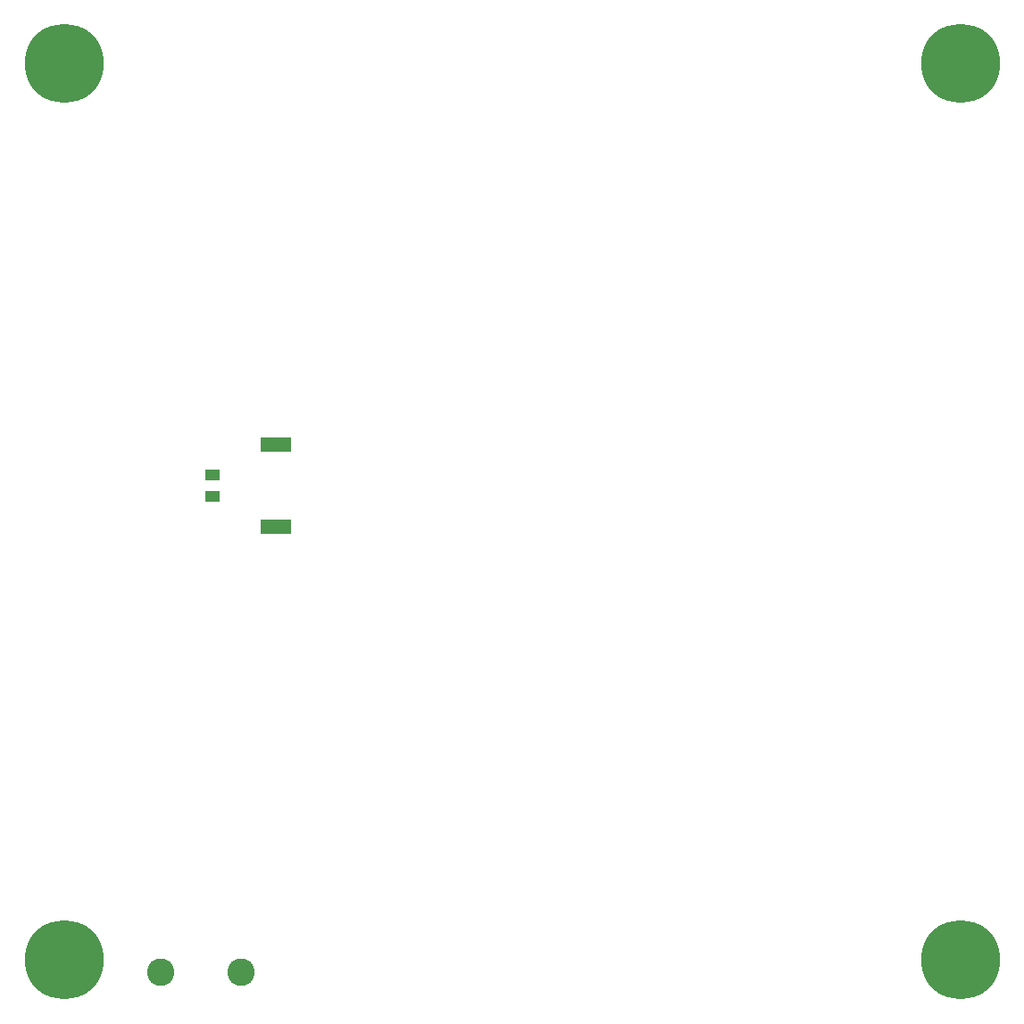
<source format=gbs>
%TF.GenerationSoftware,KiCad,Pcbnew,8.0.5*%
%TF.CreationDate,2024-11-19T20:18:48-08:00*%
%TF.ProjectId,Coil_Pannel_Z,436f696c-5f50-4616-9e6e-656c5f5a2e6b,1.0*%
%TF.SameCoordinates,Original*%
%TF.FileFunction,Soldermask,Bot*%
%TF.FilePolarity,Negative*%
%FSLAX46Y46*%
G04 Gerber Fmt 4.6, Leading zero omitted, Abs format (unit mm)*
G04 Created by KiCad (PCBNEW 8.0.5) date 2024-11-19 20:18:48*
%MOMM*%
%LPD*%
G01*
G04 APERTURE LIST*
%ADD10C,2.600000*%
%ADD11C,4.700000*%
%ADD12C,7.500000*%
%ADD13R,1.450000X1.100000*%
%ADD14R,2.899999X1.350000*%
G04 APERTURE END LIST*
D10*
X113784000Y-140074000D03*
X121404000Y-140074000D03*
D11*
X189637061Y-138948940D03*
D12*
X189637061Y-138948940D03*
D11*
X104641451Y-53941800D03*
D12*
X104641451Y-53941800D03*
D11*
X104637051Y-138948990D03*
D12*
X104637051Y-138948990D03*
D11*
X189636861Y-53948740D03*
D12*
X189636861Y-53948740D03*
D13*
X118754001Y-92945501D03*
X118754001Y-94945502D03*
D14*
X124729000Y-90050503D03*
X124729000Y-97840498D03*
M02*

</source>
